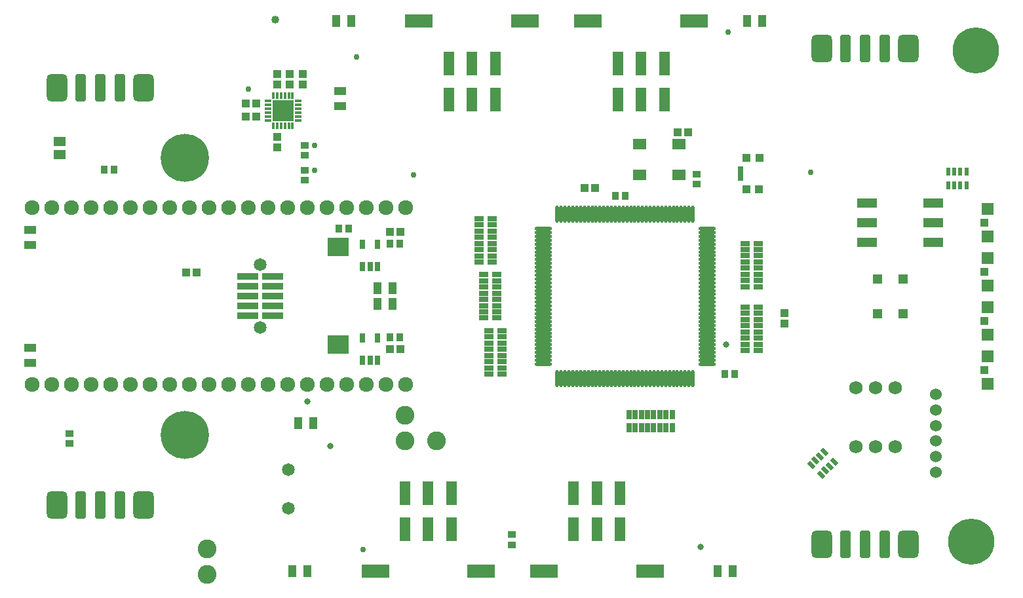
<source format=gts>
G04 Layer_Color=8388736*
%FSLAX25Y25*%
%MOIN*%
G70*
G01*
G75*
%ADD66C,0.03000*%
%ADD67C,0.04000*%
%ADD68C,0.03200*%
%ADD127R,0.10630X0.09449*%
%ADD128R,0.04043X0.03650*%
%ADD129R,0.03650X0.01484*%
%ADD130R,0.01484X0.03650*%
%ADD131R,0.11130X0.10736*%
%ADD132R,0.03650X0.04043*%
%ADD133R,0.03847X0.04240*%
%ADD134R,0.04043X0.06012*%
%ADD135R,0.04634X0.02665*%
%ADD136R,0.02665X0.04634*%
%ADD137R,0.04240X0.03847*%
%ADD138R,0.06012X0.04043*%
%ADD139R,0.02862X0.04634*%
%ADD140R,0.11012X0.03700*%
%ADD141R,0.04634X0.04634*%
%ADD142R,0.02272X0.04043*%
%ADD143R,0.02665X0.07193*%
%ADD144R,0.04437X0.04043*%
%ADD145R,0.04043X0.04437*%
%ADD146R,0.10106X0.04949*%
%ADD147R,0.06012X0.05028*%
%ADD148R,0.06602X0.05421*%
G04:AMPARAMS|DCode=149|XSize=22.72mil|YSize=40.43mil|CornerRadius=0mil|HoleSize=0mil|Usage=FLASHONLY|Rotation=225.000|XOffset=0mil|YOffset=0mil|HoleType=Round|Shape=Rectangle|*
%AMROTATEDRECTD149*
4,1,4,-0.00626,0.02233,0.02233,-0.00626,0.00626,-0.02233,-0.02233,0.00626,-0.00626,0.02233,0.0*
%
%ADD149ROTATEDRECTD149*%

%ADD150R,0.06406X0.06406*%
%ADD151R,0.04043X0.04043*%
G04:AMPARAMS|DCode=152|XSize=142.79mil|YSize=55mil|CornerRadius=15mil|HoleSize=0mil|Usage=FLASHONLY|Rotation=90.000|XOffset=0mil|YOffset=0mil|HoleType=Round|Shape=RoundedRectangle|*
%AMROUNDEDRECTD152*
21,1,0.14279,0.02500,0,0,90.0*
21,1,0.11280,0.05500,0,0,90.0*
1,1,0.03000,0.01250,0.05640*
1,1,0.03000,0.01250,-0.05640*
1,1,0.03000,-0.01250,-0.05640*
1,1,0.03000,-0.01250,0.05640*
%
%ADD152ROUNDEDRECTD152*%
G04:AMPARAMS|DCode=153|XSize=142.79mil|YSize=105mil|CornerRadius=27.5mil|HoleSize=0mil|Usage=FLASHONLY|Rotation=90.000|XOffset=0mil|YOffset=0mil|HoleType=Round|Shape=RoundedRectangle|*
%AMROUNDEDRECTD153*
21,1,0.14279,0.05000,0,0,90.0*
21,1,0.08780,0.10500,0,0,90.0*
1,1,0.05500,0.02500,0.04390*
1,1,0.05500,0.02500,-0.04390*
1,1,0.05500,-0.02500,-0.04390*
1,1,0.05500,-0.02500,0.04390*
%
%ADD153ROUNDEDRECTD153*%
%ADD154R,0.14004X0.06996*%
%ADD155R,0.05500X0.11996*%
%ADD156O,0.08768X0.01681*%
%ADD157O,0.01681X0.08768*%
%ADD158R,0.04437X0.08374*%
%ADD159C,0.00500*%
%ADD160C,0.06500*%
%ADD161C,0.06799*%
%ADD162C,0.06012*%
%ADD163C,0.09555*%
%ADD164C,0.24500*%
%ADD165C,0.00500*%
%ADD166C,0.23500*%
%ADD167C,0.07587*%
%ADD168C,0.03300*%
%ADD169C,0.03200*%
D66*
X146419Y134610D02*
D03*
X-39198Y-129000D02*
D03*
X188443Y63000D02*
D03*
X-97734Y105500D02*
D03*
X-13500Y61738D02*
D03*
X-42700Y121885D02*
D03*
X-63744Y64295D02*
D03*
X-63768Y76788D02*
D03*
D67*
X-83829Y140819D02*
D03*
D68*
X-77835Y92335D02*
D03*
X-82165D02*
D03*
X-77835Y96665D02*
D03*
X-82165D02*
D03*
X132592Y-127610D02*
D03*
X145460Y-24606D02*
D03*
D127*
X-52000D02*
D03*
Y25000D02*
D03*
D128*
X-68788Y64295D02*
D03*
Y59177D02*
D03*
Y76878D02*
D03*
Y71760D02*
D03*
X130372Y57051D02*
D03*
Y62169D02*
D03*
X-188628Y-74844D02*
D03*
Y-69726D02*
D03*
X36500Y-121336D02*
D03*
Y-126454D02*
D03*
D129*
X-72323Y89579D02*
D03*
Y91547D02*
D03*
Y93516D02*
D03*
Y95484D02*
D03*
Y97453D02*
D03*
Y99421D02*
D03*
X-87677D02*
D03*
Y97453D02*
D03*
Y95484D02*
D03*
Y93516D02*
D03*
Y91547D02*
D03*
Y89579D02*
D03*
D130*
X-75079Y102177D02*
D03*
X-77047D02*
D03*
X-79016D02*
D03*
X-80984D02*
D03*
X-82953D02*
D03*
X-84921D02*
D03*
Y86823D02*
D03*
X-82953D02*
D03*
X-80984D02*
D03*
X-79016D02*
D03*
X-77047D02*
D03*
X-75079D02*
D03*
D131*
X-80000Y94500D02*
D03*
D132*
X89079Y51000D02*
D03*
X94197D02*
D03*
X-25559Y-20912D02*
D03*
X-20441D02*
D03*
X-25559Y26732D02*
D03*
X-20441D02*
D03*
X144746Y-39500D02*
D03*
X149864D02*
D03*
X-51714Y34441D02*
D03*
X-46596D02*
D03*
X-165941Y64595D02*
D03*
X-171059D02*
D03*
D133*
X-25657Y-26925D02*
D03*
X-20343D02*
D03*
X-20343Y32761D02*
D03*
X-25657D02*
D03*
X73304Y55276D02*
D03*
X78619D02*
D03*
X126030Y83610D02*
D03*
X120715D02*
D03*
X-93685Y98047D02*
D03*
X-99000D02*
D03*
X-93685Y91547D02*
D03*
X-99000D02*
D03*
X-129157Y12107D02*
D03*
X-123843D02*
D03*
D134*
X-67580Y-140000D02*
D03*
X-75257D02*
D03*
X-52966Y140000D02*
D03*
X-45289D02*
D03*
X-64661Y-64500D02*
D03*
X-72339D02*
D03*
X141080Y-140000D02*
D03*
X148757D02*
D03*
X156080Y140000D02*
D03*
X163757D02*
D03*
X-24161Y-4000D02*
D03*
X-31839D02*
D03*
X-24161Y4000D02*
D03*
X-31839D02*
D03*
D135*
X28923Y-11024D02*
D03*
Y-7874D02*
D03*
Y-4724D02*
D03*
Y-1575D02*
D03*
Y1575D02*
D03*
Y4724D02*
D03*
Y7874D02*
D03*
Y11024D02*
D03*
X22230Y-11024D02*
D03*
Y-7874D02*
D03*
Y-4724D02*
D03*
Y-1575D02*
D03*
Y1575D02*
D03*
Y4724D02*
D03*
Y7874D02*
D03*
Y11024D02*
D03*
X155154Y4921D02*
D03*
Y8071D02*
D03*
Y11220D02*
D03*
Y20669D02*
D03*
Y23819D02*
D03*
Y14370D02*
D03*
Y17520D02*
D03*
Y26969D02*
D03*
X161846Y4921D02*
D03*
Y8071D02*
D03*
Y11220D02*
D03*
Y14370D02*
D03*
Y20669D02*
D03*
Y23819D02*
D03*
Y17520D02*
D03*
Y26969D02*
D03*
X26346Y17476D02*
D03*
Y20626D02*
D03*
Y23776D02*
D03*
Y26925D02*
D03*
Y30075D02*
D03*
Y33224D02*
D03*
Y36374D02*
D03*
Y39524D02*
D03*
X19654Y17476D02*
D03*
Y20626D02*
D03*
Y23776D02*
D03*
Y26925D02*
D03*
Y30075D02*
D03*
Y33224D02*
D03*
Y36374D02*
D03*
Y39524D02*
D03*
X31500Y-39524D02*
D03*
Y-36374D02*
D03*
Y-33224D02*
D03*
Y-30075D02*
D03*
Y-26925D02*
D03*
Y-23776D02*
D03*
Y-20626D02*
D03*
Y-17476D02*
D03*
X24807Y-39524D02*
D03*
Y-36374D02*
D03*
Y-33224D02*
D03*
Y-30075D02*
D03*
Y-26925D02*
D03*
Y-23776D02*
D03*
Y-20626D02*
D03*
Y-17476D02*
D03*
X161846Y-27524D02*
D03*
Y-24374D02*
D03*
Y-21224D02*
D03*
Y-18075D02*
D03*
Y-14925D02*
D03*
Y-11776D02*
D03*
Y-8626D02*
D03*
Y-5476D02*
D03*
X155154Y-27524D02*
D03*
Y-24374D02*
D03*
Y-21224D02*
D03*
Y-18075D02*
D03*
Y-14925D02*
D03*
Y-11776D02*
D03*
Y-8626D02*
D03*
Y-5476D02*
D03*
D136*
X95976Y-66813D02*
D03*
X99126D02*
D03*
X105425D02*
D03*
X102276D02*
D03*
X99126Y-60120D02*
D03*
X95976D02*
D03*
X102276D02*
D03*
X108575Y-66813D02*
D03*
X114874D02*
D03*
X111724D02*
D03*
X118024D02*
D03*
X105425Y-60120D02*
D03*
X111724D02*
D03*
X108575D02*
D03*
X114874D02*
D03*
X118024D02*
D03*
D137*
X-76500Y107843D02*
D03*
Y113157D02*
D03*
X-70000Y107843D02*
D03*
Y113157D02*
D03*
X-83000Y107843D02*
D03*
Y113157D02*
D03*
Y75842D02*
D03*
Y81157D02*
D03*
X175000Y-13996D02*
D03*
Y-8681D02*
D03*
D138*
X-208500Y-26161D02*
D03*
Y-33839D02*
D03*
Y26161D02*
D03*
Y33839D02*
D03*
X-51000Y104339D02*
D03*
Y96661D02*
D03*
D139*
X-39444Y-32428D02*
D03*
X-35704D02*
D03*
X-31964D02*
D03*
Y-21207D02*
D03*
X-39444D02*
D03*
Y15216D02*
D03*
X-35704D02*
D03*
X-31964D02*
D03*
Y26437D02*
D03*
X-39444D02*
D03*
D140*
X-97740Y-10000D02*
D03*
Y-5000D02*
D03*
Y5000D02*
D03*
Y0D02*
D03*
Y10000D02*
D03*
X-85260Y-5000D02*
D03*
Y-10000D02*
D03*
Y5000D02*
D03*
Y0D02*
D03*
Y10000D02*
D03*
D141*
X222504Y8858D02*
D03*
Y-8858D02*
D03*
X235496D02*
D03*
Y8858D02*
D03*
D142*
X258276Y56457D02*
D03*
X261425D02*
D03*
X264575D02*
D03*
X267724D02*
D03*
X258276Y63543D02*
D03*
X261425D02*
D03*
X264575D02*
D03*
X267724D02*
D03*
D143*
X152799Y62500D02*
D03*
D144*
X162150Y54429D02*
D03*
X155850Y70571D02*
D03*
D145*
X155654Y54626D02*
D03*
X162346Y70374D02*
D03*
D146*
X217071Y27500D02*
D03*
Y37500D02*
D03*
Y47500D02*
D03*
X250929Y27500D02*
D03*
Y37500D02*
D03*
Y47500D02*
D03*
D147*
X-193500Y72154D02*
D03*
Y78847D02*
D03*
D148*
X101372Y77484D02*
D03*
X121372D02*
D03*
X101372Y61736D02*
D03*
X121372D02*
D03*
D149*
X195335Y-79154D02*
D03*
X193108Y-81381D02*
D03*
X190881Y-83608D02*
D03*
X188654Y-85835D02*
D03*
X200346Y-84165D02*
D03*
X198119Y-86392D02*
D03*
X195892Y-88619D02*
D03*
X193665Y-90846D02*
D03*
D150*
X278425Y-19390D02*
D03*
Y-5610D02*
D03*
Y5610D02*
D03*
Y19390D02*
D03*
Y44390D02*
D03*
Y30610D02*
D03*
Y-30610D02*
D03*
Y-44390D02*
D03*
D151*
X276654Y-12500D02*
D03*
Y12500D02*
D03*
Y37500D02*
D03*
Y-37500D02*
D03*
D152*
X216000Y-126213D02*
D03*
X226000D02*
D03*
X206000D02*
D03*
X-173000Y-106213D02*
D03*
X-163000D02*
D03*
X-183000D02*
D03*
X-173000Y106213D02*
D03*
X-183000D02*
D03*
X-163000D02*
D03*
X216000Y126213D02*
D03*
X206000D02*
D03*
X226000D02*
D03*
D153*
X237968Y-126213D02*
D03*
X194032D02*
D03*
X-151031Y-106213D02*
D03*
X-194968D02*
D03*
Y106213D02*
D03*
X-151031D02*
D03*
X194032Y126213D02*
D03*
X237968D02*
D03*
D154*
X128954Y140000D02*
D03*
X75076D02*
D03*
X42959D02*
D03*
X-10919D02*
D03*
X-32954Y-140000D02*
D03*
X20924D02*
D03*
X52832D02*
D03*
X106710D02*
D03*
D155*
X113954Y118465D02*
D03*
X90332D02*
D03*
X102143D02*
D03*
X90332Y100236D02*
D03*
X102143D02*
D03*
X113954D02*
D03*
X27959Y118465D02*
D03*
X4337D02*
D03*
X16148D02*
D03*
X4337Y100236D02*
D03*
X16148D02*
D03*
X27959D02*
D03*
X-17954Y-118465D02*
D03*
X5668D02*
D03*
X-6143D02*
D03*
X5668Y-100236D02*
D03*
X-6143D02*
D03*
X-17954D02*
D03*
X67832Y-118465D02*
D03*
X91454D02*
D03*
X79643D02*
D03*
X91454Y-100236D02*
D03*
X79643D02*
D03*
X67832D02*
D03*
D156*
X52268Y-24606D02*
D03*
Y-26575D02*
D03*
Y-18701D02*
D03*
Y-22638D02*
D03*
Y-20669D02*
D03*
Y-34449D02*
D03*
Y-28543D02*
D03*
Y-32480D02*
D03*
Y-30512D02*
D03*
Y-16732D02*
D03*
Y-10827D02*
D03*
Y-14764D02*
D03*
Y-12795D02*
D03*
Y-4921D02*
D03*
Y-8858D02*
D03*
Y-6890D02*
D03*
Y8858D02*
D03*
Y6890D02*
D03*
Y14764D02*
D03*
Y10827D02*
D03*
Y12795D02*
D03*
Y-984D02*
D03*
Y-2953D02*
D03*
Y4921D02*
D03*
Y984D02*
D03*
Y2953D02*
D03*
Y28543D02*
D03*
Y26575D02*
D03*
Y34449D02*
D03*
Y30512D02*
D03*
Y32480D02*
D03*
Y18701D02*
D03*
Y16732D02*
D03*
Y24606D02*
D03*
Y20669D02*
D03*
Y22638D02*
D03*
X135732Y-34449D02*
D03*
Y-28543D02*
D03*
Y-32480D02*
D03*
Y-30512D02*
D03*
Y-24606D02*
D03*
Y-26575D02*
D03*
Y-18701D02*
D03*
Y-22638D02*
D03*
Y-20669D02*
D03*
Y-16732D02*
D03*
Y-10827D02*
D03*
Y-14764D02*
D03*
Y-12795D02*
D03*
Y-4921D02*
D03*
Y-8858D02*
D03*
Y-6890D02*
D03*
Y8858D02*
D03*
Y6890D02*
D03*
Y14764D02*
D03*
Y10827D02*
D03*
Y12795D02*
D03*
Y-984D02*
D03*
Y-2953D02*
D03*
Y4921D02*
D03*
Y984D02*
D03*
Y2953D02*
D03*
Y30512D02*
D03*
Y28543D02*
D03*
Y32480D02*
D03*
Y34449D02*
D03*
Y20669D02*
D03*
Y16732D02*
D03*
Y18701D02*
D03*
Y26575D02*
D03*
Y22638D02*
D03*
Y24606D02*
D03*
D157*
X59551Y-41732D02*
D03*
X61520D02*
D03*
X63488D02*
D03*
X67425D02*
D03*
X75299D02*
D03*
X77268D02*
D03*
X69394D02*
D03*
X73331D02*
D03*
X71362D02*
D03*
X65457D02*
D03*
X79236D02*
D03*
X81205D02*
D03*
X89079D02*
D03*
X91047D02*
D03*
X83173D02*
D03*
X87110D02*
D03*
X85142D02*
D03*
X59551Y41732D02*
D03*
X61520D02*
D03*
X65457D02*
D03*
X73331D02*
D03*
X75299D02*
D03*
X67425D02*
D03*
X71362D02*
D03*
X69394D02*
D03*
X79236D02*
D03*
X81205D02*
D03*
X63488D02*
D03*
X77268D02*
D03*
X89079D02*
D03*
X91047D02*
D03*
X83173D02*
D03*
X87110D02*
D03*
X85142D02*
D03*
X98921Y-41732D02*
D03*
X100890D02*
D03*
X93016D02*
D03*
X96953D02*
D03*
X94984D02*
D03*
X108764D02*
D03*
X110732D02*
D03*
X102858D02*
D03*
X106795D02*
D03*
X104827D02*
D03*
X118606D02*
D03*
X120575D02*
D03*
X112701D02*
D03*
X116638D02*
D03*
X114669D02*
D03*
X122543D02*
D03*
X124512D02*
D03*
X126480D02*
D03*
X128449D02*
D03*
X93016Y41732D02*
D03*
X96953D02*
D03*
X94984D02*
D03*
X104827D02*
D03*
X106795D02*
D03*
X98921D02*
D03*
X102858D02*
D03*
X100890D02*
D03*
X114669D02*
D03*
X116638D02*
D03*
X108764D02*
D03*
X112701D02*
D03*
X110732D02*
D03*
X124512D02*
D03*
X126480D02*
D03*
X118606D02*
D03*
X122543D02*
D03*
X120575D02*
D03*
X128449D02*
D03*
D158*
X-49441Y-24606D02*
D03*
X-54559D02*
D03*
X-49441Y25000D02*
D03*
X-54559D02*
D03*
D159*
X96256Y115905D02*
D03*
X40744D02*
D03*
X48835Y-127905D02*
D03*
X3165D02*
D03*
D160*
X-91500Y-16004D02*
D03*
Y16004D02*
D03*
X-77250Y-107843D02*
D03*
Y-88157D02*
D03*
D161*
X211500Y-76500D02*
D03*
X221500D02*
D03*
X231500D02*
D03*
Y-46500D02*
D03*
X221500D02*
D03*
X211500D02*
D03*
D162*
X252261Y-50000D02*
D03*
X252259Y-89370D02*
D03*
Y-81496D02*
D03*
X252261Y-73622D02*
D03*
X252263Y-65748D02*
D03*
X252261Y-57874D02*
D03*
D163*
X-2000Y-73500D02*
D03*
X-18000Y-60500D02*
D03*
Y-73500D02*
D03*
X-118500Y-141500D02*
D03*
Y-128500D02*
D03*
D164*
X-130000Y70500D02*
D03*
Y-70500D02*
D03*
D165*
X214000Y70500D02*
D03*
X0Y0D02*
D03*
D166*
X270000Y-125000D02*
D03*
X272500Y125000D02*
D03*
D167*
X-17500Y-45000D02*
D03*
X-27500D02*
D03*
X-37500D02*
D03*
X-47500D02*
D03*
X-87500D02*
D03*
X-77500D02*
D03*
X-67500D02*
D03*
X-57500D02*
D03*
X-127500D02*
D03*
X-117500D02*
D03*
X-107500D02*
D03*
X-97500D02*
D03*
X-167500D02*
D03*
X-157500D02*
D03*
X-147500D02*
D03*
X-137500D02*
D03*
X-207500D02*
D03*
X-197500D02*
D03*
X-187500D02*
D03*
X-177500D02*
D03*
Y45000D02*
D03*
X-187500D02*
D03*
X-197500D02*
D03*
X-207500D02*
D03*
X-137500D02*
D03*
X-147500D02*
D03*
X-157500D02*
D03*
X-167500D02*
D03*
X-97500D02*
D03*
X-107500D02*
D03*
X-117500D02*
D03*
X-127500D02*
D03*
X-57500D02*
D03*
X-67500D02*
D03*
X-77500D02*
D03*
X-87500D02*
D03*
X-47500D02*
D03*
X-27500D02*
D03*
X-37500D02*
D03*
X-17500D02*
D03*
D168*
X-67500Y-53500D02*
D03*
D169*
X-56000Y-76166D02*
D03*
M02*

</source>
